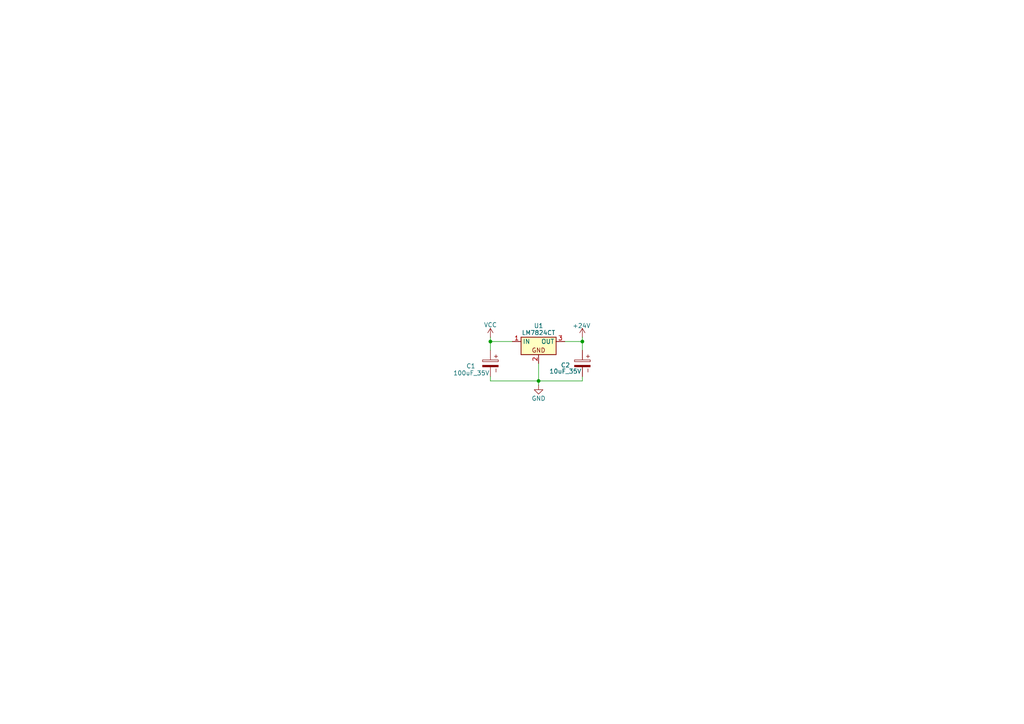
<source format=kicad_sch>
(kicad_sch (version 20250114) (generator "eeschema") (generator_version "9.0")
  (paper "A4")
  (lib_symbols
    (symbol "PCM_SL_Capacitors:100uF_25V"
      (property "Reference" "C" (at 0 7.62 0))
      (property "Value" "100uF_25V" (at 0 5.08 0))
      (symbol "100uF_25V_0_0"
        (text "+" (at -2.032 1.524 0) (effects (font (size 1.27 1.27))))
        (text "-" (at 2.032 1.524 0) (effects (font (size 1.27 1.27))))
      )
      (symbol "100uF_25V_0_1"
        (rectangle (start -1.016 -2.286) (end -0.508 2.286))
        (rectangle (start 0.508 -2.286) (end 1.016 2.286) (fill (type outline)))
      )
      (symbol "100uF_25V_1_1"
        (pin passive line (at -3.81 0 0) (length 2.7) (name "~") (number "1"))
        (pin input line (at 3.81 0 180) (length 2.7) (name "~") (number "2"))
      )
    )
    (symbol "PCM_SL_Capacitors:10uF_16V"
      (property "Reference" "C" (at 0 7.62 0))
      (property "Value" "10uF_16V" (at 0 5.08 0))
      (symbol "10uF_16V_0_0"
        (text "+" (at -2.032 1.524 0) (effects (font (size 1.27 1.27))))
        (text "-" (at 2.032 1.524 0) (effects (font (size 1.27 1.27))))
      )
      (symbol "10uF_16V_0_1"
        (rectangle (start -1.016 -2.286) (end -0.508 2.286))
        (rectangle (start 0.508 -2.286) (end 1.016 2.286) (fill (type outline)))
      )
      (symbol "10uF_16V_1_1"
        (pin passive line (at -3.81 0 0) (length 2.7) (name "~") (number "1"))
        (pin input line (at 3.81 0 180) (length 2.7) (name "~") (number "2"))
      )
    )
    (symbol "PCM_Voltage_Regulator_AKL:LM7824CT"
      (property "Reference" "U" (at 0 6.35 0))
      (property "Value" "LM7824CT" (at 0 3.81 0))
      (symbol "LM7824CT_0_0"
        (rectangle (start -5.08 1.27) (end 5.08 -3.81) (stroke (width 0.254)) (fill (type background)))
        (text "GND" (at 0 -2.54 0) (effects (font (size 1.27 1.27))))
      )
      (symbol "LM7824CT_1_1"
        (pin power_in line (at -7.62 0 0) (length 2.54) (name "IN") (number "1"))
        (pin power_in line (at 0 -6.35 90) (length 2.54) (name "~") (number "2"))
        (pin power_out line (at 7.62 0 180) (length 2.54) (name "OUT") (number "3"))
      )
    )
    (symbol "power:+24V" (power) (pin_numbers (hide yes)) (pin_names (offset 0) (hide yes))
      (property "Value" "+24V" (at 0 3.556 0))
      (symbol "+24V_0_1"
        (polyline (pts (xy -0.762 1.27) (xy 0 2.54)))
        (polyline (pts (xy 0 2.54) (xy 0.762 1.27)))
        (polyline (pts (xy 0 0) (xy 0 2.54)))
      )
      (symbol "+24V_1_1"
        (pin power_in line (at 0 0 90) (length 0) (name "~") (number "1"))
      )
    )
    (symbol "power:GND" (power) (pin_numbers (hide yes)) (pin_names (offset 0) (hide yes))
      (property "Value" "GND" (at 0 -3.81 0))
      (symbol "GND_0_1"
        (polyline (pts (xy 0 0) (xy 0 -1.27) (xy 1.27 -1.27) (xy 0 -2.54) (xy -1.27 -1.27) (xy 0 -1.27)))
      )
      (symbol "GND_1_1"
        (pin power_in line (at 0 0 270) (length 0) (name "~") (number "1"))
      )
    )
    (symbol "power:VCC" (power) (pin_numbers (hide yes)) (pin_names (offset 0) (hide yes))
      (property "Value" "VCC" (at 0 3.556 0))
      (symbol "VCC_0_1"
        (polyline (pts (xy -0.762 1.27) (xy 0 2.54)))
        (polyline (pts (xy 0 2.54) (xy 0.762 1.27)))
        (polyline (pts (xy 0 0) (xy 0 2.54)))
      )
      (symbol "VCC_1_1"
        (pin power_in line (at 0 0 90) (length 0) (name "~") (number "1"))
      )
    )
  )
  (junction (at 142.24 99.06))
  (junction (at 156.21 110.49))
  (junction (at 168.91 99.06))
  (wire (pts (xy 163.83 99.06) (xy 168.91 99.06)))
  (wire (pts (xy 156.21 110.49) (xy 168.91 110.49)))
  (wire (pts (xy 142.24 109.22) (xy 142.24 110.49)))
  (wire (pts (xy 142.24 97.79) (xy 142.24 99.06)))
  (wire (pts (xy 156.21 105.41) (xy 156.21 110.49)))
  (wire (pts (xy 168.91 97.79) (xy 168.91 99.06)))
  (wire (pts (xy 168.91 99.06) (xy 168.91 101.6)))
  (wire (pts (xy 168.91 109.22) (xy 168.91 110.49)))
  (wire (pts (xy 142.24 99.06) (xy 142.24 101.6)))
  (wire (pts (xy 142.24 110.49) (xy 156.21 110.49)))
  (wire (pts (xy 156.21 110.49) (xy 156.21 111.76)))
  (wire (pts (xy 142.24 99.06) (xy 148.59 99.06)))
  (symbol (lib_id "power:VCC") (at 142.24 97.79 0) (unit 1)
    (property "Reference" "#PWR04" (effects (hide yes)))
    (property "Value" "VCC" (at 142.24 94.234 0))
    (property "Description" "Power symbol creates a global label with name \"VCC\"" (effects (hide yes)))
  )
  (symbol (lib_id "power:+24V") (at 168.91 97.79 0) (unit 1)
    (property "Reference" "#PWR02" (effects (hide yes)))
    (property "Value" "+24V" (at 168.656 94.488 0))
    (property "Description" "Power symbol creates a global label with name \"+24V\"" (effects (hide yes)))
  )
  (symbol (lib_id "power:GND") (at 156.21 111.76 0) (unit 1)
    (property "Reference" "#PWR01" (effects (hide yes)))
    (property "Value" "GND" (at 156.21 115.57 0))
    (property "Description" "Power symbol creates a global label with name \"GND\" , ground" (effects (hide yes)))
  )
  (symbol (lib_id "PCM_Voltage_Regulator_AKL:LM7824CT") (at 156.21 99.06 0) (unit 1)
    (property "Reference" "U1" (at 156.21 94.488 0))
    (property "Value" "LM7824CT" (at 156.21 96.52 0))
    (property "Footprint" "PCM_Package_TO_SOT_THT_AKL:TO-220-3_Vertical" (effects (hide yes)))
    (property "Datasheet" "https://datasheet.octopart.com/LM7805CT-Fairchild-datasheet-5337151.pdf" (effects (hide yes)))
    (property "Description" "TO-220 24V 1A 3-terminal voltage regulator, Alternate KiCad Library" (effects (hide yes)))
  )
  (symbol (lib_id "PCM_SL_Capacitors:100uF_25V") (at 142.24 105.41 270) (unit 1)
    (property "Reference" "C1" (at 137.922 106.172 90) (effects (justify right)))
    (property "Value" "100uF_35V" (at 141.986 108.204 90) (effects (justify right)))
    (property "Footprint" "Capacitor_THT:CP_Radial_D6.3mm_P2.50mm" (effects (hide yes)))
    (property "Description" "100uF, 25V Electrolytic Capacitor" (effects (hide yes)))
  )
  (symbol (lib_id "PCM_SL_Capacitors:10uF_16V") (at 168.91 105.41 270) (unit 1)
    (property "Reference" "C2" (at 165.354 105.918 90) (effects (justify right)))
    (property "Value" "10uF_35V" (at 168.656 107.696 90) (effects (justify right)))
    (property "Footprint" "Capacitor_THT:CP_Radial_D5.0mm_P2.00mm" (effects (hide yes)))
    (property "Description" "10uF, 16V Electrolytic Capacitor" (effects (hide yes)))
  )
)
</source>
